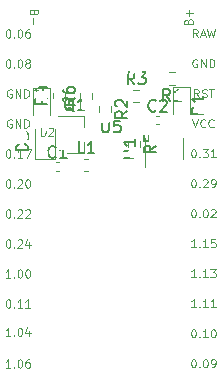
<source format=gto>
G04 #@! TF.GenerationSoftware,KiCad,Pcbnew,(5.1.10-1-10_14)*
G04 #@! TF.CreationDate,2021-09-18T19:46:59+09:00*
G04 #@! TF.ProjectId,nrfmicro,6e72666d-6963-4726-9f2e-6b696361645f,rev?*
G04 #@! TF.SameCoordinates,Original*
G04 #@! TF.FileFunction,Legend,Top*
G04 #@! TF.FilePolarity,Positive*
%FSLAX46Y46*%
G04 Gerber Fmt 4.6, Leading zero omitted, Abs format (unit mm)*
G04 Created by KiCad (PCBNEW (5.1.10-1-10_14)) date 2021-09-18 19:46:59*
%MOMM*%
%LPD*%
G01*
G04 APERTURE LIST*
%ADD10C,0.120000*%
%ADD11C,0.080000*%
%ADD12C,0.150000*%
%ADD13R,0.900000X0.800000*%
%ADD14R,0.500000X0.500000*%
%ADD15R,0.650000X1.060000*%
%ADD16R,0.800000X0.350000*%
%ADD17R,0.350000X0.800000*%
%ADD18R,0.300000X0.800000*%
%ADD19O,1.000000X2.200000*%
%ADD20O,1.000000X1.800000*%
%ADD21R,0.540000X0.800000*%
%ADD22R,1.270000X1.270000*%
%ADD23C,1.270000*%
%ADD24C,1.250000*%
G04 APERTURE END LIST*
D10*
X29611242Y-26139900D02*
X30085758Y-26139900D01*
X29611242Y-27184900D02*
X30085758Y-27184900D01*
X22772800Y-26876858D02*
X22772800Y-26402342D01*
X23817800Y-26876858D02*
X23817800Y-26402342D01*
X27732000Y-27540242D02*
X27732000Y-28014758D01*
X26687000Y-27540242D02*
X26687000Y-28014758D01*
X33103258Y-25727000D02*
X32628742Y-25727000D01*
X33103258Y-24682000D02*
X32628742Y-24682000D01*
X30172900Y-30476442D02*
X30172900Y-30950958D01*
X29127900Y-30476442D02*
X29127900Y-30950958D01*
X25089300Y-26894558D02*
X25089300Y-26420042D01*
X26134300Y-26894558D02*
X26134300Y-26420042D01*
X25441421Y-31984300D02*
X25766979Y-31984300D01*
X25441421Y-33004300D02*
X25766979Y-33004300D01*
X25416800Y-31519000D02*
X23956800Y-31519000D01*
X25416800Y-28359000D02*
X23256800Y-28359000D01*
X25416800Y-28359000D02*
X25416800Y-29289000D01*
X25416800Y-31519000D02*
X25416800Y-30589000D01*
X21246400Y-32023200D02*
X21246400Y-29473200D01*
X22946400Y-32023200D02*
X22946400Y-29473200D01*
X21246400Y-32023200D02*
X22946400Y-32023200D01*
X30613400Y-30227700D02*
X30613400Y-32677700D01*
X33833400Y-32027700D02*
X33833400Y-30227700D01*
X32923500Y-25939400D02*
X32923500Y-28224400D01*
X34393500Y-25939400D02*
X32923500Y-25939400D01*
X34393500Y-28224400D02*
X34393500Y-25939400D01*
X31564364Y-29059500D02*
X31780036Y-29059500D01*
X31564364Y-28339500D02*
X31780036Y-28339500D01*
X23075764Y-32988900D02*
X23291436Y-32988900D01*
X23075764Y-32268900D02*
X23291436Y-32268900D01*
D11*
X21099800Y-25957200D02*
X21099800Y-28242200D01*
X22569800Y-25957200D02*
X21099800Y-25957200D01*
X22569800Y-28242200D02*
X22569800Y-25957200D01*
D12*
X29681833Y-25684780D02*
X29348500Y-25208590D01*
X29110404Y-25684780D02*
X29110404Y-24684780D01*
X29491357Y-24684780D01*
X29586595Y-24732400D01*
X29634214Y-24780019D01*
X29681833Y-24875257D01*
X29681833Y-25018114D01*
X29634214Y-25113352D01*
X29586595Y-25160971D01*
X29491357Y-25208590D01*
X29110404Y-25208590D01*
X30015166Y-24684780D02*
X30634214Y-24684780D01*
X30300880Y-25065733D01*
X30443738Y-25065733D01*
X30538976Y-25113352D01*
X30586595Y-25160971D01*
X30634214Y-25256209D01*
X30634214Y-25494304D01*
X30586595Y-25589542D01*
X30538976Y-25637161D01*
X30443738Y-25684780D01*
X30158023Y-25684780D01*
X30062785Y-25637161D01*
X30015166Y-25589542D01*
X22317680Y-26806266D02*
X21841490Y-27139600D01*
X22317680Y-27377695D02*
X21317680Y-27377695D01*
X21317680Y-26996742D01*
X21365300Y-26901504D01*
X21412919Y-26853885D01*
X21508157Y-26806266D01*
X21651014Y-26806266D01*
X21746252Y-26853885D01*
X21793871Y-26901504D01*
X21841490Y-26996742D01*
X21841490Y-27377695D01*
X21651014Y-25949123D02*
X22317680Y-25949123D01*
X21270061Y-26187219D02*
X21984347Y-26425314D01*
X21984347Y-25806266D01*
X29091880Y-27944166D02*
X28615690Y-28277500D01*
X29091880Y-28515595D02*
X28091880Y-28515595D01*
X28091880Y-28134642D01*
X28139500Y-28039404D01*
X28187119Y-27991785D01*
X28282357Y-27944166D01*
X28425214Y-27944166D01*
X28520452Y-27991785D01*
X28568071Y-28039404D01*
X28615690Y-28134642D01*
X28615690Y-28515595D01*
X28187119Y-27563214D02*
X28139500Y-27515595D01*
X28091880Y-27420357D01*
X28091880Y-27182261D01*
X28139500Y-27087023D01*
X28187119Y-27039404D01*
X28282357Y-26991785D01*
X28377595Y-26991785D01*
X28520452Y-27039404D01*
X29091880Y-27610833D01*
X29091880Y-26991785D01*
X32699333Y-27086880D02*
X32366000Y-26610690D01*
X32127904Y-27086880D02*
X32127904Y-26086880D01*
X32508857Y-26086880D01*
X32604095Y-26134500D01*
X32651714Y-26182119D01*
X32699333Y-26277357D01*
X32699333Y-26420214D01*
X32651714Y-26515452D01*
X32604095Y-26563071D01*
X32508857Y-26610690D01*
X32127904Y-26610690D01*
X33651714Y-27086880D02*
X33080285Y-27086880D01*
X33366000Y-27086880D02*
X33366000Y-26086880D01*
X33270761Y-26229738D01*
X33175523Y-26324976D01*
X33080285Y-26372595D01*
X31532780Y-30880366D02*
X31056590Y-31213700D01*
X31532780Y-31451795D02*
X30532780Y-31451795D01*
X30532780Y-31070842D01*
X30580400Y-30975604D01*
X30628019Y-30927985D01*
X30723257Y-30880366D01*
X30866114Y-30880366D01*
X30961352Y-30927985D01*
X31008971Y-30975604D01*
X31056590Y-31070842D01*
X31056590Y-31451795D01*
X30532780Y-29975604D02*
X30532780Y-30451795D01*
X31008971Y-30499414D01*
X30961352Y-30451795D01*
X30913733Y-30356557D01*
X30913733Y-30118461D01*
X30961352Y-30023223D01*
X31008971Y-29975604D01*
X31104209Y-29927985D01*
X31342304Y-29927985D01*
X31437542Y-29975604D01*
X31485161Y-30023223D01*
X31532780Y-30118461D01*
X31532780Y-30356557D01*
X31485161Y-30451795D01*
X31437542Y-30499414D01*
X24634180Y-26823966D02*
X24157990Y-27157300D01*
X24634180Y-27395395D02*
X23634180Y-27395395D01*
X23634180Y-27014442D01*
X23681800Y-26919204D01*
X23729419Y-26871585D01*
X23824657Y-26823966D01*
X23967514Y-26823966D01*
X24062752Y-26871585D01*
X24110371Y-26919204D01*
X24157990Y-27014442D01*
X24157990Y-27395395D01*
X23634180Y-25966823D02*
X23634180Y-26157300D01*
X23681800Y-26252538D01*
X23729419Y-26300157D01*
X23872276Y-26395395D01*
X24062752Y-26443014D01*
X24443704Y-26443014D01*
X24538942Y-26395395D01*
X24586561Y-26347776D01*
X24634180Y-26252538D01*
X24634180Y-26062061D01*
X24586561Y-25966823D01*
X24538942Y-25919204D01*
X24443704Y-25871585D01*
X24205609Y-25871585D01*
X24110371Y-25919204D01*
X24062752Y-25966823D01*
X24015133Y-26062061D01*
X24015133Y-26252538D01*
X24062752Y-26347776D01*
X24110371Y-26395395D01*
X24205609Y-26443014D01*
X25437533Y-31516680D02*
X24961342Y-31516680D01*
X24961342Y-30516680D01*
X26294676Y-31516680D02*
X25723247Y-31516680D01*
X26008961Y-31516680D02*
X26008961Y-30516680D01*
X25913723Y-30659538D01*
X25818485Y-30754776D01*
X25723247Y-30802395D01*
X24561561Y-27986619D02*
X24466323Y-27939000D01*
X24371085Y-27843761D01*
X24228228Y-27700904D01*
X24132990Y-27653285D01*
X24037752Y-27653285D01*
X24085371Y-27891380D02*
X23990133Y-27843761D01*
X23894895Y-27748523D01*
X23847276Y-27558047D01*
X23847276Y-27224714D01*
X23894895Y-27034238D01*
X23990133Y-26939000D01*
X24085371Y-26891380D01*
X24275847Y-26891380D01*
X24371085Y-26939000D01*
X24466323Y-27034238D01*
X24513942Y-27224714D01*
X24513942Y-27558047D01*
X24466323Y-27748523D01*
X24371085Y-27843761D01*
X24275847Y-27891380D01*
X24085371Y-27891380D01*
X25466323Y-27891380D02*
X24894895Y-27891380D01*
X25180609Y-27891380D02*
X25180609Y-26891380D01*
X25085371Y-27034238D01*
X24990133Y-27129476D01*
X24894895Y-27177095D01*
X20698780Y-31261295D02*
X19698780Y-31261295D01*
X19698780Y-31023200D01*
X19746400Y-30880342D01*
X19841638Y-30785104D01*
X19936876Y-30737485D01*
X20127352Y-30689866D01*
X20270209Y-30689866D01*
X20460685Y-30737485D01*
X20555923Y-30785104D01*
X20651161Y-30880342D01*
X20698780Y-31023200D01*
X20698780Y-31261295D01*
X19698780Y-30356533D02*
X19698780Y-29737485D01*
X20079733Y-30070819D01*
X20079733Y-29927961D01*
X20127352Y-29832723D01*
X20174971Y-29785104D01*
X20270209Y-29737485D01*
X20508304Y-29737485D01*
X20603542Y-29785104D01*
X20651161Y-29832723D01*
X20698780Y-29927961D01*
X20698780Y-30213676D01*
X20651161Y-30308914D01*
X20603542Y-30356533D01*
X28775780Y-31889604D02*
X29585304Y-31889604D01*
X29680542Y-31841985D01*
X29728161Y-31794366D01*
X29775780Y-31699128D01*
X29775780Y-31508652D01*
X29728161Y-31413414D01*
X29680542Y-31365795D01*
X29585304Y-31318176D01*
X28775780Y-31318176D01*
X29775780Y-30318176D02*
X29775780Y-30889604D01*
X29775780Y-30603890D02*
X28775780Y-30603890D01*
X28918638Y-30699128D01*
X29013876Y-30794366D01*
X29061495Y-30889604D01*
X35540880Y-28162495D02*
X34540880Y-28162495D01*
X34540880Y-27924400D01*
X34588500Y-27781542D01*
X34683738Y-27686304D01*
X34778976Y-27638685D01*
X34969452Y-27591066D01*
X35112309Y-27591066D01*
X35302785Y-27638685D01*
X35398023Y-27686304D01*
X35493261Y-27781542D01*
X35540880Y-27924400D01*
X35540880Y-28162495D01*
X35540880Y-26638685D02*
X35540880Y-27210114D01*
X35540880Y-26924400D02*
X34540880Y-26924400D01*
X34683738Y-27019638D01*
X34778976Y-27114876D01*
X34826595Y-27210114D01*
X31505533Y-27896642D02*
X31457914Y-27944261D01*
X31315057Y-27991880D01*
X31219819Y-27991880D01*
X31076961Y-27944261D01*
X30981723Y-27849023D01*
X30934104Y-27753785D01*
X30886485Y-27563309D01*
X30886485Y-27420452D01*
X30934104Y-27229976D01*
X30981723Y-27134738D01*
X31076961Y-27039500D01*
X31219819Y-26991880D01*
X31315057Y-26991880D01*
X31457914Y-27039500D01*
X31505533Y-27087119D01*
X31886485Y-27087119D02*
X31934104Y-27039500D01*
X32029342Y-26991880D01*
X32267438Y-26991880D01*
X32362676Y-27039500D01*
X32410295Y-27087119D01*
X32457914Y-27182357D01*
X32457914Y-27277595D01*
X32410295Y-27420452D01*
X31838866Y-27991880D01*
X32457914Y-27991880D01*
X23016933Y-31826042D02*
X22969314Y-31873661D01*
X22826457Y-31921280D01*
X22731219Y-31921280D01*
X22588361Y-31873661D01*
X22493123Y-31778423D01*
X22445504Y-31683185D01*
X22397885Y-31492709D01*
X22397885Y-31349852D01*
X22445504Y-31159376D01*
X22493123Y-31064138D01*
X22588361Y-30968900D01*
X22731219Y-30921280D01*
X22826457Y-30921280D01*
X22969314Y-30968900D01*
X23016933Y-31016519D01*
X23969314Y-31921280D02*
X23397885Y-31921280D01*
X23683600Y-31921280D02*
X23683600Y-30921280D01*
X23588361Y-31064138D01*
X23493123Y-31159376D01*
X23397885Y-31206995D01*
X26958095Y-28763980D02*
X26958095Y-29573504D01*
X27005714Y-29668742D01*
X27053333Y-29716361D01*
X27148571Y-29763980D01*
X27339047Y-29763980D01*
X27434285Y-29716361D01*
X27481904Y-29668742D01*
X27529523Y-29573504D01*
X27529523Y-28763980D01*
X28481904Y-28763980D02*
X28005714Y-28763980D01*
X27958095Y-29240171D01*
X28005714Y-29192552D01*
X28100952Y-29144933D01*
X28339047Y-29144933D01*
X28434285Y-29192552D01*
X28481904Y-29240171D01*
X28529523Y-29335409D01*
X28529523Y-29573504D01*
X28481904Y-29668742D01*
X28434285Y-29716361D01*
X28339047Y-29763980D01*
X28100952Y-29763980D01*
X28005714Y-29716361D01*
X27958095Y-29668742D01*
D11*
X21768133Y-30058866D02*
X21768133Y-29358866D01*
X21934800Y-29358866D01*
X22034800Y-29392200D01*
X22101466Y-29458866D01*
X22134800Y-29525533D01*
X22168133Y-29658866D01*
X22168133Y-29758866D01*
X22134800Y-29892200D01*
X22101466Y-29958866D01*
X22034800Y-30025533D01*
X21934800Y-30058866D01*
X21768133Y-30058866D01*
X22434800Y-29425533D02*
X22468133Y-29392200D01*
X22534800Y-29358866D01*
X22701466Y-29358866D01*
X22768133Y-29392200D01*
X22801466Y-29425533D01*
X22834800Y-29492200D01*
X22834800Y-29558866D01*
X22801466Y-29658866D01*
X22401466Y-30058866D01*
X22834800Y-30058866D01*
X34250000Y-20361734D02*
X34283333Y-20261734D01*
X34316666Y-20228401D01*
X34383333Y-20195067D01*
X34483333Y-20195067D01*
X34550000Y-20228401D01*
X34583333Y-20261734D01*
X34616666Y-20328401D01*
X34616666Y-20595067D01*
X33916666Y-20595067D01*
X33916666Y-20361734D01*
X33950000Y-20295067D01*
X33983333Y-20261734D01*
X34050000Y-20228401D01*
X34116666Y-20228401D01*
X34183333Y-20261734D01*
X34216666Y-20295067D01*
X34250000Y-20361734D01*
X34250000Y-20595067D01*
X34350000Y-19895067D02*
X34350000Y-19361734D01*
X34616666Y-19628401D02*
X34083333Y-19628401D01*
X21200000Y-19595066D02*
X21166666Y-19695066D01*
X21133333Y-19728400D01*
X21066666Y-19761733D01*
X20966666Y-19761733D01*
X20900000Y-19728400D01*
X20866666Y-19695066D01*
X20833333Y-19628400D01*
X20833333Y-19361733D01*
X21533333Y-19361733D01*
X21533333Y-19595066D01*
X21500000Y-19661733D01*
X21466666Y-19695066D01*
X21400000Y-19728400D01*
X21333333Y-19728400D01*
X21266666Y-19695066D01*
X21233333Y-19661733D01*
X21200000Y-19595066D01*
X21200000Y-19361733D01*
X21100000Y-20061733D02*
X21100000Y-20595066D01*
X34665433Y-33713666D02*
X34732100Y-33713666D01*
X34798766Y-33747000D01*
X34832100Y-33780333D01*
X34865433Y-33847000D01*
X34898766Y-33980333D01*
X34898766Y-34147000D01*
X34865433Y-34280333D01*
X34832100Y-34347000D01*
X34798766Y-34380333D01*
X34732100Y-34413666D01*
X34665433Y-34413666D01*
X34598766Y-34380333D01*
X34565433Y-34347000D01*
X34532100Y-34280333D01*
X34498766Y-34147000D01*
X34498766Y-33980333D01*
X34532100Y-33847000D01*
X34565433Y-33780333D01*
X34598766Y-33747000D01*
X34665433Y-33713666D01*
X35198766Y-34347000D02*
X35232100Y-34380333D01*
X35198766Y-34413666D01*
X35165433Y-34380333D01*
X35198766Y-34347000D01*
X35198766Y-34413666D01*
X35498766Y-33780333D02*
X35532100Y-33747000D01*
X35598766Y-33713666D01*
X35765433Y-33713666D01*
X35832100Y-33747000D01*
X35865433Y-33780333D01*
X35898766Y-33847000D01*
X35898766Y-33913666D01*
X35865433Y-34013666D01*
X35465433Y-34413666D01*
X35898766Y-34413666D01*
X36232100Y-34413666D02*
X36365433Y-34413666D01*
X36432100Y-34380333D01*
X36465433Y-34347000D01*
X36532100Y-34247000D01*
X36565433Y-34113666D01*
X36565433Y-33847000D01*
X36532100Y-33780333D01*
X36498766Y-33747000D01*
X36432100Y-33713666D01*
X36298766Y-33713666D01*
X36232100Y-33747000D01*
X36198766Y-33780333D01*
X36165433Y-33847000D01*
X36165433Y-34013666D01*
X36198766Y-34080333D01*
X36232100Y-34113666D01*
X36298766Y-34147000D01*
X36432100Y-34147000D01*
X36498766Y-34113666D01*
X36532100Y-34080333D01*
X36565433Y-34013666D01*
X34598766Y-28633666D02*
X34832100Y-29333666D01*
X35065433Y-28633666D01*
X35698766Y-29267000D02*
X35665433Y-29300333D01*
X35565433Y-29333666D01*
X35498766Y-29333666D01*
X35398766Y-29300333D01*
X35332100Y-29233666D01*
X35298766Y-29167000D01*
X35265433Y-29033666D01*
X35265433Y-28933666D01*
X35298766Y-28800333D01*
X35332100Y-28733666D01*
X35398766Y-28667000D01*
X35498766Y-28633666D01*
X35565433Y-28633666D01*
X35665433Y-28667000D01*
X35698766Y-28700333D01*
X36398766Y-29267000D02*
X36365433Y-29300333D01*
X36265433Y-29333666D01*
X36198766Y-29333666D01*
X36098766Y-29300333D01*
X36032100Y-29233666D01*
X35998766Y-29167000D01*
X35965433Y-29033666D01*
X35965433Y-28933666D01*
X35998766Y-28800333D01*
X36032100Y-28733666D01*
X36098766Y-28667000D01*
X36198766Y-28633666D01*
X36265433Y-28633666D01*
X36365433Y-28667000D01*
X36398766Y-28700333D01*
X34665433Y-46413666D02*
X34732100Y-46413666D01*
X34798766Y-46447000D01*
X34832100Y-46480333D01*
X34865433Y-46547000D01*
X34898766Y-46680333D01*
X34898766Y-46847000D01*
X34865433Y-46980333D01*
X34832100Y-47047000D01*
X34798766Y-47080333D01*
X34732100Y-47113666D01*
X34665433Y-47113666D01*
X34598766Y-47080333D01*
X34565433Y-47047000D01*
X34532100Y-46980333D01*
X34498766Y-46847000D01*
X34498766Y-46680333D01*
X34532100Y-46547000D01*
X34565433Y-46480333D01*
X34598766Y-46447000D01*
X34665433Y-46413666D01*
X35198766Y-47047000D02*
X35232100Y-47080333D01*
X35198766Y-47113666D01*
X35165433Y-47080333D01*
X35198766Y-47047000D01*
X35198766Y-47113666D01*
X35898766Y-47113666D02*
X35498766Y-47113666D01*
X35698766Y-47113666D02*
X35698766Y-46413666D01*
X35632100Y-46513666D01*
X35565433Y-46580333D01*
X35498766Y-46613666D01*
X36332100Y-46413666D02*
X36398766Y-46413666D01*
X36465433Y-46447000D01*
X36498766Y-46480333D01*
X36532100Y-46547000D01*
X36565433Y-46680333D01*
X36565433Y-46847000D01*
X36532100Y-46980333D01*
X36498766Y-47047000D01*
X36465433Y-47080333D01*
X36398766Y-47113666D01*
X36332100Y-47113666D01*
X36265433Y-47080333D01*
X36232100Y-47047000D01*
X36198766Y-46980333D01*
X36165433Y-46847000D01*
X36165433Y-46680333D01*
X36198766Y-46547000D01*
X36232100Y-46480333D01*
X36265433Y-46447000D01*
X36332100Y-46413666D01*
X34665433Y-48953666D02*
X34732100Y-48953666D01*
X34798766Y-48987000D01*
X34832100Y-49020333D01*
X34865433Y-49087000D01*
X34898766Y-49220333D01*
X34898766Y-49387000D01*
X34865433Y-49520333D01*
X34832100Y-49587000D01*
X34798766Y-49620333D01*
X34732100Y-49653666D01*
X34665433Y-49653666D01*
X34598766Y-49620333D01*
X34565433Y-49587000D01*
X34532100Y-49520333D01*
X34498766Y-49387000D01*
X34498766Y-49220333D01*
X34532100Y-49087000D01*
X34565433Y-49020333D01*
X34598766Y-48987000D01*
X34665433Y-48953666D01*
X35198766Y-49587000D02*
X35232100Y-49620333D01*
X35198766Y-49653666D01*
X35165433Y-49620333D01*
X35198766Y-49587000D01*
X35198766Y-49653666D01*
X35665433Y-48953666D02*
X35732100Y-48953666D01*
X35798766Y-48987000D01*
X35832100Y-49020333D01*
X35865433Y-49087000D01*
X35898766Y-49220333D01*
X35898766Y-49387000D01*
X35865433Y-49520333D01*
X35832100Y-49587000D01*
X35798766Y-49620333D01*
X35732100Y-49653666D01*
X35665433Y-49653666D01*
X35598766Y-49620333D01*
X35565433Y-49587000D01*
X35532100Y-49520333D01*
X35498766Y-49387000D01*
X35498766Y-49220333D01*
X35532100Y-49087000D01*
X35565433Y-49020333D01*
X35598766Y-48987000D01*
X35665433Y-48953666D01*
X36232100Y-49653666D02*
X36365433Y-49653666D01*
X36432100Y-49620333D01*
X36465433Y-49587000D01*
X36532100Y-49487000D01*
X36565433Y-49353666D01*
X36565433Y-49087000D01*
X36532100Y-49020333D01*
X36498766Y-48987000D01*
X36432100Y-48953666D01*
X36298766Y-48953666D01*
X36232100Y-48987000D01*
X36198766Y-49020333D01*
X36165433Y-49087000D01*
X36165433Y-49253666D01*
X36198766Y-49320333D01*
X36232100Y-49353666D01*
X36298766Y-49387000D01*
X36432100Y-49387000D01*
X36498766Y-49353666D01*
X36532100Y-49320333D01*
X36565433Y-49253666D01*
X34665433Y-36253666D02*
X34732100Y-36253666D01*
X34798766Y-36287000D01*
X34832100Y-36320333D01*
X34865433Y-36387000D01*
X34898766Y-36520333D01*
X34898766Y-36687000D01*
X34865433Y-36820333D01*
X34832100Y-36887000D01*
X34798766Y-36920333D01*
X34732100Y-36953666D01*
X34665433Y-36953666D01*
X34598766Y-36920333D01*
X34565433Y-36887000D01*
X34532100Y-36820333D01*
X34498766Y-36687000D01*
X34498766Y-36520333D01*
X34532100Y-36387000D01*
X34565433Y-36320333D01*
X34598766Y-36287000D01*
X34665433Y-36253666D01*
X35198766Y-36887000D02*
X35232100Y-36920333D01*
X35198766Y-36953666D01*
X35165433Y-36920333D01*
X35198766Y-36887000D01*
X35198766Y-36953666D01*
X35665433Y-36253666D02*
X35732100Y-36253666D01*
X35798766Y-36287000D01*
X35832100Y-36320333D01*
X35865433Y-36387000D01*
X35898766Y-36520333D01*
X35898766Y-36687000D01*
X35865433Y-36820333D01*
X35832100Y-36887000D01*
X35798766Y-36920333D01*
X35732100Y-36953666D01*
X35665433Y-36953666D01*
X35598766Y-36920333D01*
X35565433Y-36887000D01*
X35532100Y-36820333D01*
X35498766Y-36687000D01*
X35498766Y-36520333D01*
X35532100Y-36387000D01*
X35565433Y-36320333D01*
X35598766Y-36287000D01*
X35665433Y-36253666D01*
X36165433Y-36320333D02*
X36198766Y-36287000D01*
X36265433Y-36253666D01*
X36432100Y-36253666D01*
X36498766Y-36287000D01*
X36532100Y-36320333D01*
X36565433Y-36387000D01*
X36565433Y-36453666D01*
X36532100Y-36553666D01*
X36132100Y-36953666D01*
X36565433Y-36953666D01*
X34898766Y-42033666D02*
X34498766Y-42033666D01*
X34698766Y-42033666D02*
X34698766Y-41333666D01*
X34632100Y-41433666D01*
X34565433Y-41500333D01*
X34498766Y-41533666D01*
X35198766Y-41967000D02*
X35232100Y-42000333D01*
X35198766Y-42033666D01*
X35165433Y-42000333D01*
X35198766Y-41967000D01*
X35198766Y-42033666D01*
X35898766Y-42033666D02*
X35498766Y-42033666D01*
X35698766Y-42033666D02*
X35698766Y-41333666D01*
X35632100Y-41433666D01*
X35565433Y-41500333D01*
X35498766Y-41533666D01*
X36132100Y-41333666D02*
X36565433Y-41333666D01*
X36332100Y-41600333D01*
X36432100Y-41600333D01*
X36498766Y-41633666D01*
X36532100Y-41667000D01*
X36565433Y-41733666D01*
X36565433Y-41900333D01*
X36532100Y-41967000D01*
X36498766Y-42000333D01*
X36432100Y-42033666D01*
X36232100Y-42033666D01*
X36165433Y-42000333D01*
X36132100Y-41967000D01*
X35148766Y-26793666D02*
X34915433Y-26460333D01*
X34748766Y-26793666D02*
X34748766Y-26093666D01*
X35015433Y-26093666D01*
X35082100Y-26127000D01*
X35115433Y-26160333D01*
X35148766Y-26227000D01*
X35148766Y-26327000D01*
X35115433Y-26393666D01*
X35082100Y-26427000D01*
X35015433Y-26460333D01*
X34748766Y-26460333D01*
X35415433Y-26760333D02*
X35515433Y-26793666D01*
X35682100Y-26793666D01*
X35748766Y-26760333D01*
X35782100Y-26727000D01*
X35815433Y-26660333D01*
X35815433Y-26593666D01*
X35782100Y-26527000D01*
X35748766Y-26493666D01*
X35682100Y-26460333D01*
X35548766Y-26427000D01*
X35482100Y-26393666D01*
X35448766Y-26360333D01*
X35415433Y-26293666D01*
X35415433Y-26227000D01*
X35448766Y-26160333D01*
X35482100Y-26127000D01*
X35548766Y-26093666D01*
X35715433Y-26093666D01*
X35815433Y-26127000D01*
X36015433Y-26093666D02*
X36415433Y-26093666D01*
X36215433Y-26793666D02*
X36215433Y-26093666D01*
X34898766Y-44573666D02*
X34498766Y-44573666D01*
X34698766Y-44573666D02*
X34698766Y-43873666D01*
X34632100Y-43973666D01*
X34565433Y-44040333D01*
X34498766Y-44073666D01*
X35198766Y-44507000D02*
X35232100Y-44540333D01*
X35198766Y-44573666D01*
X35165433Y-44540333D01*
X35198766Y-44507000D01*
X35198766Y-44573666D01*
X35898766Y-44573666D02*
X35498766Y-44573666D01*
X35698766Y-44573666D02*
X35698766Y-43873666D01*
X35632100Y-43973666D01*
X35565433Y-44040333D01*
X35498766Y-44073666D01*
X36565433Y-44573666D02*
X36165433Y-44573666D01*
X36365433Y-44573666D02*
X36365433Y-43873666D01*
X36298766Y-43973666D01*
X36232100Y-44040333D01*
X36165433Y-44073666D01*
X34898766Y-39493666D02*
X34498766Y-39493666D01*
X34698766Y-39493666D02*
X34698766Y-38793666D01*
X34632100Y-38893666D01*
X34565433Y-38960333D01*
X34498766Y-38993666D01*
X35198766Y-39427000D02*
X35232100Y-39460333D01*
X35198766Y-39493666D01*
X35165433Y-39460333D01*
X35198766Y-39427000D01*
X35198766Y-39493666D01*
X35898766Y-39493666D02*
X35498766Y-39493666D01*
X35698766Y-39493666D02*
X35698766Y-38793666D01*
X35632100Y-38893666D01*
X35565433Y-38960333D01*
X35498766Y-38993666D01*
X36532100Y-38793666D02*
X36198766Y-38793666D01*
X36165433Y-39127000D01*
X36198766Y-39093666D01*
X36265433Y-39060333D01*
X36432100Y-39060333D01*
X36498766Y-39093666D01*
X36532100Y-39127000D01*
X36565433Y-39193666D01*
X36565433Y-39360333D01*
X36532100Y-39427000D01*
X36498766Y-39460333D01*
X36432100Y-39493666D01*
X36265433Y-39493666D01*
X36198766Y-39460333D01*
X36165433Y-39427000D01*
X34665433Y-31173666D02*
X34732100Y-31173666D01*
X34798766Y-31207000D01*
X34832100Y-31240333D01*
X34865433Y-31307000D01*
X34898766Y-31440333D01*
X34898766Y-31607000D01*
X34865433Y-31740333D01*
X34832100Y-31807000D01*
X34798766Y-31840333D01*
X34732100Y-31873666D01*
X34665433Y-31873666D01*
X34598766Y-31840333D01*
X34565433Y-31807000D01*
X34532100Y-31740333D01*
X34498766Y-31607000D01*
X34498766Y-31440333D01*
X34532100Y-31307000D01*
X34565433Y-31240333D01*
X34598766Y-31207000D01*
X34665433Y-31173666D01*
X35198766Y-31807000D02*
X35232100Y-31840333D01*
X35198766Y-31873666D01*
X35165433Y-31840333D01*
X35198766Y-31807000D01*
X35198766Y-31873666D01*
X35465433Y-31173666D02*
X35898766Y-31173666D01*
X35665433Y-31440333D01*
X35765433Y-31440333D01*
X35832100Y-31473666D01*
X35865433Y-31507000D01*
X35898766Y-31573666D01*
X35898766Y-31740333D01*
X35865433Y-31807000D01*
X35832100Y-31840333D01*
X35765433Y-31873666D01*
X35565433Y-31873666D01*
X35498766Y-31840333D01*
X35465433Y-31807000D01*
X36565433Y-31873666D02*
X36165433Y-31873666D01*
X36365433Y-31873666D02*
X36365433Y-31173666D01*
X36298766Y-31273666D01*
X36232100Y-31340333D01*
X36165433Y-31373666D01*
X34998766Y-23587000D02*
X34932100Y-23553666D01*
X34832100Y-23553666D01*
X34732100Y-23587000D01*
X34665433Y-23653666D01*
X34632100Y-23720333D01*
X34598766Y-23853666D01*
X34598766Y-23953666D01*
X34632100Y-24087000D01*
X34665433Y-24153666D01*
X34732100Y-24220333D01*
X34832100Y-24253666D01*
X34898766Y-24253666D01*
X34998766Y-24220333D01*
X35032100Y-24187000D01*
X35032100Y-23953666D01*
X34898766Y-23953666D01*
X35332100Y-24253666D02*
X35332100Y-23553666D01*
X35732100Y-24253666D01*
X35732100Y-23553666D01*
X36065433Y-24253666D02*
X36065433Y-23553666D01*
X36232100Y-23553666D01*
X36332100Y-23587000D01*
X36398766Y-23653666D01*
X36432100Y-23720333D01*
X36465433Y-23853666D01*
X36465433Y-23953666D01*
X36432100Y-24087000D01*
X36398766Y-24153666D01*
X36332100Y-24220333D01*
X36232100Y-24253666D01*
X36065433Y-24253666D01*
X35048766Y-21713666D02*
X34815433Y-21380333D01*
X34648766Y-21713666D02*
X34648766Y-21013666D01*
X34915433Y-21013666D01*
X34982100Y-21047000D01*
X35015433Y-21080333D01*
X35048766Y-21147000D01*
X35048766Y-21247000D01*
X35015433Y-21313666D01*
X34982100Y-21347000D01*
X34915433Y-21380333D01*
X34648766Y-21380333D01*
X35315433Y-21513666D02*
X35648766Y-21513666D01*
X35248766Y-21713666D02*
X35482100Y-21013666D01*
X35715433Y-21713666D01*
X35882100Y-21013666D02*
X36048766Y-21713666D01*
X36182100Y-21213666D01*
X36315433Y-21713666D01*
X36482100Y-21013666D01*
X18968233Y-21026366D02*
X19034900Y-21026366D01*
X19101566Y-21059700D01*
X19134900Y-21093033D01*
X19168233Y-21159700D01*
X19201566Y-21293033D01*
X19201566Y-21459700D01*
X19168233Y-21593033D01*
X19134900Y-21659700D01*
X19101566Y-21693033D01*
X19034900Y-21726366D01*
X18968233Y-21726366D01*
X18901566Y-21693033D01*
X18868233Y-21659700D01*
X18834900Y-21593033D01*
X18801566Y-21459700D01*
X18801566Y-21293033D01*
X18834900Y-21159700D01*
X18868233Y-21093033D01*
X18901566Y-21059700D01*
X18968233Y-21026366D01*
X19501566Y-21659700D02*
X19534900Y-21693033D01*
X19501566Y-21726366D01*
X19468233Y-21693033D01*
X19501566Y-21659700D01*
X19501566Y-21726366D01*
X19968233Y-21026366D02*
X20034900Y-21026366D01*
X20101566Y-21059700D01*
X20134900Y-21093033D01*
X20168233Y-21159700D01*
X20201566Y-21293033D01*
X20201566Y-21459700D01*
X20168233Y-21593033D01*
X20134900Y-21659700D01*
X20101566Y-21693033D01*
X20034900Y-21726366D01*
X19968233Y-21726366D01*
X19901566Y-21693033D01*
X19868233Y-21659700D01*
X19834900Y-21593033D01*
X19801566Y-21459700D01*
X19801566Y-21293033D01*
X19834900Y-21159700D01*
X19868233Y-21093033D01*
X19901566Y-21059700D01*
X19968233Y-21026366D01*
X20801566Y-21026366D02*
X20668233Y-21026366D01*
X20601566Y-21059700D01*
X20568233Y-21093033D01*
X20501566Y-21193033D01*
X20468233Y-21326366D01*
X20468233Y-21593033D01*
X20501566Y-21659700D01*
X20534900Y-21693033D01*
X20601566Y-21726366D01*
X20734900Y-21726366D01*
X20801566Y-21693033D01*
X20834900Y-21659700D01*
X20868233Y-21593033D01*
X20868233Y-21426366D01*
X20834900Y-21359700D01*
X20801566Y-21326366D01*
X20734900Y-21293033D01*
X20601566Y-21293033D01*
X20534900Y-21326366D01*
X20501566Y-21359700D01*
X20468233Y-21426366D01*
X18968233Y-31186366D02*
X19034900Y-31186366D01*
X19101566Y-31219700D01*
X19134900Y-31253033D01*
X19168233Y-31319700D01*
X19201566Y-31453033D01*
X19201566Y-31619700D01*
X19168233Y-31753033D01*
X19134900Y-31819700D01*
X19101566Y-31853033D01*
X19034900Y-31886366D01*
X18968233Y-31886366D01*
X18901566Y-31853033D01*
X18868233Y-31819700D01*
X18834900Y-31753033D01*
X18801566Y-31619700D01*
X18801566Y-31453033D01*
X18834900Y-31319700D01*
X18868233Y-31253033D01*
X18901566Y-31219700D01*
X18968233Y-31186366D01*
X19501566Y-31819700D02*
X19534900Y-31853033D01*
X19501566Y-31886366D01*
X19468233Y-31853033D01*
X19501566Y-31819700D01*
X19501566Y-31886366D01*
X20201566Y-31886366D02*
X19801566Y-31886366D01*
X20001566Y-31886366D02*
X20001566Y-31186366D01*
X19934900Y-31286366D01*
X19868233Y-31353033D01*
X19801566Y-31386366D01*
X20434900Y-31186366D02*
X20901566Y-31186366D01*
X20601566Y-31886366D01*
X19201566Y-42046366D02*
X18801566Y-42046366D01*
X19001566Y-42046366D02*
X19001566Y-41346366D01*
X18934900Y-41446366D01*
X18868233Y-41513033D01*
X18801566Y-41546366D01*
X19501566Y-41979700D02*
X19534900Y-42013033D01*
X19501566Y-42046366D01*
X19468233Y-42013033D01*
X19501566Y-41979700D01*
X19501566Y-42046366D01*
X19968233Y-41346366D02*
X20034900Y-41346366D01*
X20101566Y-41379700D01*
X20134900Y-41413033D01*
X20168233Y-41479700D01*
X20201566Y-41613033D01*
X20201566Y-41779700D01*
X20168233Y-41913033D01*
X20134900Y-41979700D01*
X20101566Y-42013033D01*
X20034900Y-42046366D01*
X19968233Y-42046366D01*
X19901566Y-42013033D01*
X19868233Y-41979700D01*
X19834900Y-41913033D01*
X19801566Y-41779700D01*
X19801566Y-41613033D01*
X19834900Y-41479700D01*
X19868233Y-41413033D01*
X19901566Y-41379700D01*
X19968233Y-41346366D01*
X20634900Y-41346366D02*
X20701566Y-41346366D01*
X20768233Y-41379700D01*
X20801566Y-41413033D01*
X20834900Y-41479700D01*
X20868233Y-41613033D01*
X20868233Y-41779700D01*
X20834900Y-41913033D01*
X20801566Y-41979700D01*
X20768233Y-42013033D01*
X20701566Y-42046366D01*
X20634900Y-42046366D01*
X20568233Y-42013033D01*
X20534900Y-41979700D01*
X20501566Y-41913033D01*
X20468233Y-41779700D01*
X20468233Y-41613033D01*
X20501566Y-41479700D01*
X20534900Y-41413033D01*
X20568233Y-41379700D01*
X20634900Y-41346366D01*
X19201566Y-49666366D02*
X18801566Y-49666366D01*
X19001566Y-49666366D02*
X19001566Y-48966366D01*
X18934900Y-49066366D01*
X18868233Y-49133033D01*
X18801566Y-49166366D01*
X19501566Y-49599700D02*
X19534900Y-49633033D01*
X19501566Y-49666366D01*
X19468233Y-49633033D01*
X19501566Y-49599700D01*
X19501566Y-49666366D01*
X19968233Y-48966366D02*
X20034900Y-48966366D01*
X20101566Y-48999700D01*
X20134900Y-49033033D01*
X20168233Y-49099700D01*
X20201566Y-49233033D01*
X20201566Y-49399700D01*
X20168233Y-49533033D01*
X20134900Y-49599700D01*
X20101566Y-49633033D01*
X20034900Y-49666366D01*
X19968233Y-49666366D01*
X19901566Y-49633033D01*
X19868233Y-49599700D01*
X19834900Y-49533033D01*
X19801566Y-49399700D01*
X19801566Y-49233033D01*
X19834900Y-49099700D01*
X19868233Y-49033033D01*
X19901566Y-48999700D01*
X19968233Y-48966366D01*
X20801566Y-48966366D02*
X20668233Y-48966366D01*
X20601566Y-48999700D01*
X20568233Y-49033033D01*
X20501566Y-49133033D01*
X20468233Y-49266366D01*
X20468233Y-49533033D01*
X20501566Y-49599700D01*
X20534900Y-49633033D01*
X20601566Y-49666366D01*
X20734900Y-49666366D01*
X20801566Y-49633033D01*
X20834900Y-49599700D01*
X20868233Y-49533033D01*
X20868233Y-49366366D01*
X20834900Y-49299700D01*
X20801566Y-49266366D01*
X20734900Y-49233033D01*
X20601566Y-49233033D01*
X20534900Y-49266366D01*
X20501566Y-49299700D01*
X20468233Y-49366366D01*
X18968233Y-36266366D02*
X19034900Y-36266366D01*
X19101566Y-36299700D01*
X19134900Y-36333033D01*
X19168233Y-36399700D01*
X19201566Y-36533033D01*
X19201566Y-36699700D01*
X19168233Y-36833033D01*
X19134900Y-36899700D01*
X19101566Y-36933033D01*
X19034900Y-36966366D01*
X18968233Y-36966366D01*
X18901566Y-36933033D01*
X18868233Y-36899700D01*
X18834900Y-36833033D01*
X18801566Y-36699700D01*
X18801566Y-36533033D01*
X18834900Y-36399700D01*
X18868233Y-36333033D01*
X18901566Y-36299700D01*
X18968233Y-36266366D01*
X19501566Y-36899700D02*
X19534900Y-36933033D01*
X19501566Y-36966366D01*
X19468233Y-36933033D01*
X19501566Y-36899700D01*
X19501566Y-36966366D01*
X19801566Y-36333033D02*
X19834900Y-36299700D01*
X19901566Y-36266366D01*
X20068233Y-36266366D01*
X20134900Y-36299700D01*
X20168233Y-36333033D01*
X20201566Y-36399700D01*
X20201566Y-36466366D01*
X20168233Y-36566366D01*
X19768233Y-36966366D01*
X20201566Y-36966366D01*
X20468233Y-36333033D02*
X20501566Y-36299700D01*
X20568233Y-36266366D01*
X20734900Y-36266366D01*
X20801566Y-36299700D01*
X20834900Y-36333033D01*
X20868233Y-36399700D01*
X20868233Y-36466366D01*
X20834900Y-36566366D01*
X20434900Y-36966366D01*
X20868233Y-36966366D01*
X19201566Y-46999366D02*
X18801566Y-46999366D01*
X19001566Y-46999366D02*
X19001566Y-46299366D01*
X18934900Y-46399366D01*
X18868233Y-46466033D01*
X18801566Y-46499366D01*
X19501566Y-46932700D02*
X19534900Y-46966033D01*
X19501566Y-46999366D01*
X19468233Y-46966033D01*
X19501566Y-46932700D01*
X19501566Y-46999366D01*
X19968233Y-46299366D02*
X20034900Y-46299366D01*
X20101566Y-46332700D01*
X20134900Y-46366033D01*
X20168233Y-46432700D01*
X20201566Y-46566033D01*
X20201566Y-46732700D01*
X20168233Y-46866033D01*
X20134900Y-46932700D01*
X20101566Y-46966033D01*
X20034900Y-46999366D01*
X19968233Y-46999366D01*
X19901566Y-46966033D01*
X19868233Y-46932700D01*
X19834900Y-46866033D01*
X19801566Y-46732700D01*
X19801566Y-46566033D01*
X19834900Y-46432700D01*
X19868233Y-46366033D01*
X19901566Y-46332700D01*
X19968233Y-46299366D01*
X20801566Y-46532700D02*
X20801566Y-46999366D01*
X20634900Y-46266033D02*
X20468233Y-46766033D01*
X20901566Y-46766033D01*
X18968233Y-38806366D02*
X19034900Y-38806366D01*
X19101566Y-38839700D01*
X19134900Y-38873033D01*
X19168233Y-38939700D01*
X19201566Y-39073033D01*
X19201566Y-39239700D01*
X19168233Y-39373033D01*
X19134900Y-39439700D01*
X19101566Y-39473033D01*
X19034900Y-39506366D01*
X18968233Y-39506366D01*
X18901566Y-39473033D01*
X18868233Y-39439700D01*
X18834900Y-39373033D01*
X18801566Y-39239700D01*
X18801566Y-39073033D01*
X18834900Y-38939700D01*
X18868233Y-38873033D01*
X18901566Y-38839700D01*
X18968233Y-38806366D01*
X19501566Y-39439700D02*
X19534900Y-39473033D01*
X19501566Y-39506366D01*
X19468233Y-39473033D01*
X19501566Y-39439700D01*
X19501566Y-39506366D01*
X19801566Y-38873033D02*
X19834900Y-38839700D01*
X19901566Y-38806366D01*
X20068233Y-38806366D01*
X20134900Y-38839700D01*
X20168233Y-38873033D01*
X20201566Y-38939700D01*
X20201566Y-39006366D01*
X20168233Y-39106366D01*
X19768233Y-39506366D01*
X20201566Y-39506366D01*
X20801566Y-39039700D02*
X20801566Y-39506366D01*
X20634900Y-38773033D02*
X20468233Y-39273033D01*
X20901566Y-39273033D01*
X18968233Y-23566366D02*
X19034900Y-23566366D01*
X19101566Y-23599700D01*
X19134900Y-23633033D01*
X19168233Y-23699700D01*
X19201566Y-23833033D01*
X19201566Y-23999700D01*
X19168233Y-24133033D01*
X19134900Y-24199700D01*
X19101566Y-24233033D01*
X19034900Y-24266366D01*
X18968233Y-24266366D01*
X18901566Y-24233033D01*
X18868233Y-24199700D01*
X18834900Y-24133033D01*
X18801566Y-23999700D01*
X18801566Y-23833033D01*
X18834900Y-23699700D01*
X18868233Y-23633033D01*
X18901566Y-23599700D01*
X18968233Y-23566366D01*
X19501566Y-24199700D02*
X19534900Y-24233033D01*
X19501566Y-24266366D01*
X19468233Y-24233033D01*
X19501566Y-24199700D01*
X19501566Y-24266366D01*
X19968233Y-23566366D02*
X20034900Y-23566366D01*
X20101566Y-23599700D01*
X20134900Y-23633033D01*
X20168233Y-23699700D01*
X20201566Y-23833033D01*
X20201566Y-23999700D01*
X20168233Y-24133033D01*
X20134900Y-24199700D01*
X20101566Y-24233033D01*
X20034900Y-24266366D01*
X19968233Y-24266366D01*
X19901566Y-24233033D01*
X19868233Y-24199700D01*
X19834900Y-24133033D01*
X19801566Y-23999700D01*
X19801566Y-23833033D01*
X19834900Y-23699700D01*
X19868233Y-23633033D01*
X19901566Y-23599700D01*
X19968233Y-23566366D01*
X20601566Y-23866366D02*
X20534900Y-23833033D01*
X20501566Y-23799700D01*
X20468233Y-23733033D01*
X20468233Y-23699700D01*
X20501566Y-23633033D01*
X20534900Y-23599700D01*
X20601566Y-23566366D01*
X20734900Y-23566366D01*
X20801566Y-23599700D01*
X20834900Y-23633033D01*
X20868233Y-23699700D01*
X20868233Y-23733033D01*
X20834900Y-23799700D01*
X20801566Y-23833033D01*
X20734900Y-23866366D01*
X20601566Y-23866366D01*
X20534900Y-23899700D01*
X20501566Y-23933033D01*
X20468233Y-23999700D01*
X20468233Y-24133033D01*
X20501566Y-24199700D01*
X20534900Y-24233033D01*
X20601566Y-24266366D01*
X20734900Y-24266366D01*
X20801566Y-24233033D01*
X20834900Y-24199700D01*
X20868233Y-24133033D01*
X20868233Y-23999700D01*
X20834900Y-23933033D01*
X20801566Y-23899700D01*
X20734900Y-23866366D01*
X18968233Y-33726366D02*
X19034900Y-33726366D01*
X19101566Y-33759700D01*
X19134900Y-33793033D01*
X19168233Y-33859700D01*
X19201566Y-33993033D01*
X19201566Y-34159700D01*
X19168233Y-34293033D01*
X19134900Y-34359700D01*
X19101566Y-34393033D01*
X19034900Y-34426366D01*
X18968233Y-34426366D01*
X18901566Y-34393033D01*
X18868233Y-34359700D01*
X18834900Y-34293033D01*
X18801566Y-34159700D01*
X18801566Y-33993033D01*
X18834900Y-33859700D01*
X18868233Y-33793033D01*
X18901566Y-33759700D01*
X18968233Y-33726366D01*
X19501566Y-34359700D02*
X19534900Y-34393033D01*
X19501566Y-34426366D01*
X19468233Y-34393033D01*
X19501566Y-34359700D01*
X19501566Y-34426366D01*
X19801566Y-33793033D02*
X19834900Y-33759700D01*
X19901566Y-33726366D01*
X20068233Y-33726366D01*
X20134900Y-33759700D01*
X20168233Y-33793033D01*
X20201566Y-33859700D01*
X20201566Y-33926366D01*
X20168233Y-34026366D01*
X19768233Y-34426366D01*
X20201566Y-34426366D01*
X20634900Y-33726366D02*
X20701566Y-33726366D01*
X20768233Y-33759700D01*
X20801566Y-33793033D01*
X20834900Y-33859700D01*
X20868233Y-33993033D01*
X20868233Y-34159700D01*
X20834900Y-34293033D01*
X20801566Y-34359700D01*
X20768233Y-34393033D01*
X20701566Y-34426366D01*
X20634900Y-34426366D01*
X20568233Y-34393033D01*
X20534900Y-34359700D01*
X20501566Y-34293033D01*
X20468233Y-34159700D01*
X20468233Y-33993033D01*
X20501566Y-33859700D01*
X20534900Y-33793033D01*
X20568233Y-33759700D01*
X20634900Y-33726366D01*
X18968233Y-43886366D02*
X19034900Y-43886366D01*
X19101566Y-43919700D01*
X19134900Y-43953033D01*
X19168233Y-44019700D01*
X19201566Y-44153033D01*
X19201566Y-44319700D01*
X19168233Y-44453033D01*
X19134900Y-44519700D01*
X19101566Y-44553033D01*
X19034900Y-44586366D01*
X18968233Y-44586366D01*
X18901566Y-44553033D01*
X18868233Y-44519700D01*
X18834900Y-44453033D01*
X18801566Y-44319700D01*
X18801566Y-44153033D01*
X18834900Y-44019700D01*
X18868233Y-43953033D01*
X18901566Y-43919700D01*
X18968233Y-43886366D01*
X19501566Y-44519700D02*
X19534900Y-44553033D01*
X19501566Y-44586366D01*
X19468233Y-44553033D01*
X19501566Y-44519700D01*
X19501566Y-44586366D01*
X20201566Y-44586366D02*
X19801566Y-44586366D01*
X20001566Y-44586366D02*
X20001566Y-43886366D01*
X19934900Y-43986366D01*
X19868233Y-44053033D01*
X19801566Y-44086366D01*
X20868233Y-44586366D02*
X20468233Y-44586366D01*
X20668233Y-44586366D02*
X20668233Y-43886366D01*
X20601566Y-43986366D01*
X20534900Y-44053033D01*
X20468233Y-44086366D01*
X19301566Y-28679700D02*
X19234900Y-28646366D01*
X19134900Y-28646366D01*
X19034900Y-28679700D01*
X18968233Y-28746366D01*
X18934900Y-28813033D01*
X18901566Y-28946366D01*
X18901566Y-29046366D01*
X18934900Y-29179700D01*
X18968233Y-29246366D01*
X19034900Y-29313033D01*
X19134900Y-29346366D01*
X19201566Y-29346366D01*
X19301566Y-29313033D01*
X19334900Y-29279700D01*
X19334900Y-29046366D01*
X19201566Y-29046366D01*
X19634900Y-29346366D02*
X19634900Y-28646366D01*
X20034900Y-29346366D01*
X20034900Y-28646366D01*
X20368233Y-29346366D02*
X20368233Y-28646366D01*
X20534900Y-28646366D01*
X20634900Y-28679700D01*
X20701566Y-28746366D01*
X20734900Y-28813033D01*
X20768233Y-28946366D01*
X20768233Y-29046366D01*
X20734900Y-29179700D01*
X20701566Y-29246366D01*
X20634900Y-29313033D01*
X20534900Y-29346366D01*
X20368233Y-29346366D01*
X19301566Y-26139700D02*
X19234900Y-26106366D01*
X19134900Y-26106366D01*
X19034900Y-26139700D01*
X18968233Y-26206366D01*
X18934900Y-26273033D01*
X18901566Y-26406366D01*
X18901566Y-26506366D01*
X18934900Y-26639700D01*
X18968233Y-26706366D01*
X19034900Y-26773033D01*
X19134900Y-26806366D01*
X19201566Y-26806366D01*
X19301566Y-26773033D01*
X19334900Y-26739700D01*
X19334900Y-26506366D01*
X19201566Y-26506366D01*
X19634900Y-26806366D02*
X19634900Y-26106366D01*
X20034900Y-26806366D01*
X20034900Y-26106366D01*
X20368233Y-26806366D02*
X20368233Y-26106366D01*
X20534900Y-26106366D01*
X20634900Y-26139700D01*
X20701566Y-26206366D01*
X20734900Y-26273033D01*
X20768233Y-26406366D01*
X20768233Y-26506366D01*
X20734900Y-26639700D01*
X20701566Y-26706366D01*
X20634900Y-26773033D01*
X20534900Y-26806366D01*
X20368233Y-26806366D01*
%LPC*%
G36*
G01*
X30273500Y-26937400D02*
X30273500Y-26387400D01*
G75*
G02*
X30473500Y-26187400I200000J0D01*
G01*
X30873500Y-26187400D01*
G75*
G02*
X31073500Y-26387400I0J-200000D01*
G01*
X31073500Y-26937400D01*
G75*
G02*
X30873500Y-27137400I-200000J0D01*
G01*
X30473500Y-27137400D01*
G75*
G02*
X30273500Y-26937400I0J200000D01*
G01*
G37*
G36*
G01*
X28623500Y-26937400D02*
X28623500Y-26387400D01*
G75*
G02*
X28823500Y-26187400I200000J0D01*
G01*
X29223500Y-26187400D01*
G75*
G02*
X29423500Y-26387400I0J-200000D01*
G01*
X29423500Y-26937400D01*
G75*
G02*
X29223500Y-27137400I-200000J0D01*
G01*
X28823500Y-27137400D01*
G75*
G02*
X28623500Y-26937400I0J200000D01*
G01*
G37*
G36*
G01*
X23570300Y-26214600D02*
X23020300Y-26214600D01*
G75*
G02*
X22820300Y-26014600I0J200000D01*
G01*
X22820300Y-25614600D01*
G75*
G02*
X23020300Y-25414600I200000J0D01*
G01*
X23570300Y-25414600D01*
G75*
G02*
X23770300Y-25614600I0J-200000D01*
G01*
X23770300Y-26014600D01*
G75*
G02*
X23570300Y-26214600I-200000J0D01*
G01*
G37*
G36*
G01*
X23570300Y-27864600D02*
X23020300Y-27864600D01*
G75*
G02*
X22820300Y-27664600I0J200000D01*
G01*
X22820300Y-27264600D01*
G75*
G02*
X23020300Y-27064600I200000J0D01*
G01*
X23570300Y-27064600D01*
G75*
G02*
X23770300Y-27264600I0J-200000D01*
G01*
X23770300Y-27664600D01*
G75*
G02*
X23570300Y-27864600I-200000J0D01*
G01*
G37*
G36*
G01*
X26934500Y-28202500D02*
X27484500Y-28202500D01*
G75*
G02*
X27684500Y-28402500I0J-200000D01*
G01*
X27684500Y-28802500D01*
G75*
G02*
X27484500Y-29002500I-200000J0D01*
G01*
X26934500Y-29002500D01*
G75*
G02*
X26734500Y-28802500I0J200000D01*
G01*
X26734500Y-28402500D01*
G75*
G02*
X26934500Y-28202500I200000J0D01*
G01*
G37*
G36*
G01*
X26934500Y-26552500D02*
X27484500Y-26552500D01*
G75*
G02*
X27684500Y-26752500I0J-200000D01*
G01*
X27684500Y-27152500D01*
G75*
G02*
X27484500Y-27352500I-200000J0D01*
G01*
X26934500Y-27352500D01*
G75*
G02*
X26734500Y-27152500I0J200000D01*
G01*
X26734500Y-26752500D01*
G75*
G02*
X26934500Y-26552500I200000J0D01*
G01*
G37*
G36*
G01*
X32441000Y-24929500D02*
X32441000Y-25479500D01*
G75*
G02*
X32241000Y-25679500I-200000J0D01*
G01*
X31841000Y-25679500D01*
G75*
G02*
X31641000Y-25479500I0J200000D01*
G01*
X31641000Y-24929500D01*
G75*
G02*
X31841000Y-24729500I200000J0D01*
G01*
X32241000Y-24729500D01*
G75*
G02*
X32441000Y-24929500I0J-200000D01*
G01*
G37*
G36*
G01*
X34091000Y-24929500D02*
X34091000Y-25479500D01*
G75*
G02*
X33891000Y-25679500I-200000J0D01*
G01*
X33491000Y-25679500D01*
G75*
G02*
X33291000Y-25479500I0J200000D01*
G01*
X33291000Y-24929500D01*
G75*
G02*
X33491000Y-24729500I200000J0D01*
G01*
X33891000Y-24729500D01*
G75*
G02*
X34091000Y-24929500I0J-200000D01*
G01*
G37*
G36*
G01*
X29375400Y-31138700D02*
X29925400Y-31138700D01*
G75*
G02*
X30125400Y-31338700I0J-200000D01*
G01*
X30125400Y-31738700D01*
G75*
G02*
X29925400Y-31938700I-200000J0D01*
G01*
X29375400Y-31938700D01*
G75*
G02*
X29175400Y-31738700I0J200000D01*
G01*
X29175400Y-31338700D01*
G75*
G02*
X29375400Y-31138700I200000J0D01*
G01*
G37*
G36*
G01*
X29375400Y-29488700D02*
X29925400Y-29488700D01*
G75*
G02*
X30125400Y-29688700I0J-200000D01*
G01*
X30125400Y-30088700D01*
G75*
G02*
X29925400Y-30288700I-200000J0D01*
G01*
X29375400Y-30288700D01*
G75*
G02*
X29175400Y-30088700I0J200000D01*
G01*
X29175400Y-29688700D01*
G75*
G02*
X29375400Y-29488700I200000J0D01*
G01*
G37*
G36*
G01*
X25886800Y-26232300D02*
X25336800Y-26232300D01*
G75*
G02*
X25136800Y-26032300I0J200000D01*
G01*
X25136800Y-25632300D01*
G75*
G02*
X25336800Y-25432300I200000J0D01*
G01*
X25886800Y-25432300D01*
G75*
G02*
X26086800Y-25632300I0J-200000D01*
G01*
X26086800Y-26032300D01*
G75*
G02*
X25886800Y-26232300I-200000J0D01*
G01*
G37*
G36*
G01*
X25886800Y-27882300D02*
X25336800Y-27882300D01*
G75*
G02*
X25136800Y-27682300I0J200000D01*
G01*
X25136800Y-27282300D01*
G75*
G02*
X25336800Y-27082300I200000J0D01*
G01*
X25886800Y-27082300D01*
G75*
G02*
X26086800Y-27282300I0J-200000D01*
G01*
X26086800Y-27682300D01*
G75*
G02*
X25886800Y-27882300I-200000J0D01*
G01*
G37*
G36*
G01*
X25954200Y-32750550D02*
X25954200Y-32238050D01*
G75*
G02*
X26172950Y-32019300I218750J0D01*
G01*
X26610450Y-32019300D01*
G75*
G02*
X26829200Y-32238050I0J-218750D01*
G01*
X26829200Y-32750550D01*
G75*
G02*
X26610450Y-32969300I-218750J0D01*
G01*
X26172950Y-32969300D01*
G75*
G02*
X25954200Y-32750550I0J218750D01*
G01*
G37*
G36*
G01*
X24379200Y-32750550D02*
X24379200Y-32238050D01*
G75*
G02*
X24597950Y-32019300I218750J0D01*
G01*
X25035450Y-32019300D01*
G75*
G02*
X25254200Y-32238050I0J-218750D01*
G01*
X25254200Y-32750550D01*
G75*
G02*
X25035450Y-32969300I-218750J0D01*
G01*
X24597950Y-32969300D01*
G75*
G02*
X24379200Y-32750550I0J218750D01*
G01*
G37*
D13*
X25656800Y-29939000D03*
X23656800Y-30889000D03*
X23656800Y-28989000D03*
D14*
X22096400Y-29423200D03*
X22096400Y-31623200D03*
D15*
X31273400Y-30027700D03*
X33173400Y-30027700D03*
X33173400Y-32227700D03*
X32223400Y-32227700D03*
X31273400Y-32227700D03*
G36*
G01*
X33402250Y-27774400D02*
X33914750Y-27774400D01*
G75*
G02*
X34133500Y-27993150I0J-218750D01*
G01*
X34133500Y-28430650D01*
G75*
G02*
X33914750Y-28649400I-218750J0D01*
G01*
X33402250Y-28649400D01*
G75*
G02*
X33183500Y-28430650I0J218750D01*
G01*
X33183500Y-27993150D01*
G75*
G02*
X33402250Y-27774400I218750J0D01*
G01*
G37*
G36*
G01*
X33402250Y-26199400D02*
X33914750Y-26199400D01*
G75*
G02*
X34133500Y-26418150I0J-218750D01*
G01*
X34133500Y-26855650D01*
G75*
G02*
X33914750Y-27074400I-218750J0D01*
G01*
X33402250Y-27074400D01*
G75*
G02*
X33183500Y-26855650I0J218750D01*
G01*
X33183500Y-26418150D01*
G75*
G02*
X33402250Y-26199400I218750J0D01*
G01*
G37*
G36*
G01*
X31872200Y-28869500D02*
X31872200Y-28529500D01*
G75*
G02*
X32012200Y-28389500I140000J0D01*
G01*
X32292200Y-28389500D01*
G75*
G02*
X32432200Y-28529500I0J-140000D01*
G01*
X32432200Y-28869500D01*
G75*
G02*
X32292200Y-29009500I-140000J0D01*
G01*
X32012200Y-29009500D01*
G75*
G02*
X31872200Y-28869500I0J140000D01*
G01*
G37*
G36*
G01*
X30912200Y-28869500D02*
X30912200Y-28529500D01*
G75*
G02*
X31052200Y-28389500I140000J0D01*
G01*
X31332200Y-28389500D01*
G75*
G02*
X31472200Y-28529500I0J-140000D01*
G01*
X31472200Y-28869500D01*
G75*
G02*
X31332200Y-29009500I-140000J0D01*
G01*
X31052200Y-29009500D01*
G75*
G02*
X30912200Y-28869500I0J140000D01*
G01*
G37*
G36*
G01*
X23383600Y-32798900D02*
X23383600Y-32458900D01*
G75*
G02*
X23523600Y-32318900I140000J0D01*
G01*
X23803600Y-32318900D01*
G75*
G02*
X23943600Y-32458900I0J-140000D01*
G01*
X23943600Y-32798900D01*
G75*
G02*
X23803600Y-32938900I-140000J0D01*
G01*
X23523600Y-32938900D01*
G75*
G02*
X23383600Y-32798900I0J140000D01*
G01*
G37*
G36*
G01*
X22423600Y-32798900D02*
X22423600Y-32458900D01*
G75*
G02*
X22563600Y-32318900I140000J0D01*
G01*
X22843600Y-32318900D01*
G75*
G02*
X22983600Y-32458900I0J-140000D01*
G01*
X22983600Y-32798900D01*
G75*
G02*
X22843600Y-32938900I-140000J0D01*
G01*
X22563600Y-32938900D01*
G75*
G02*
X22423600Y-32798900I0J140000D01*
G01*
G37*
D16*
X33320000Y-45619600D03*
X33320000Y-44969600D03*
X33320000Y-44319600D03*
X33320000Y-43669600D03*
X33320000Y-43019600D03*
X33320000Y-42369600D03*
X33320000Y-41719600D03*
X33320000Y-41069600D03*
X33320000Y-40419600D03*
X33320000Y-39769600D03*
X33320000Y-39119600D03*
X33320000Y-38469600D03*
X33320000Y-37819600D03*
X33320000Y-37169600D03*
X33320000Y-36519600D03*
X33320000Y-35869600D03*
X33320000Y-35219600D03*
X22120000Y-35219600D03*
X22120000Y-35869600D03*
X22120000Y-36519600D03*
X22120000Y-37169600D03*
X22120000Y-37819600D03*
X22120000Y-38469600D03*
X22120000Y-39119600D03*
X22120000Y-39769600D03*
X22120000Y-40419600D03*
X22120000Y-41069600D03*
X22120000Y-41719600D03*
X22120000Y-42369600D03*
X22120000Y-43019600D03*
X22120000Y-43669600D03*
X22120000Y-44319600D03*
X22120000Y-44969600D03*
X22120000Y-45619600D03*
D17*
X32920000Y-34019600D03*
X32270000Y-34019600D03*
X31620000Y-34019600D03*
X30970000Y-34019600D03*
X30320000Y-34019600D03*
X29670000Y-34019600D03*
X29020000Y-34019600D03*
X28370000Y-34019600D03*
X27720000Y-34019600D03*
X27070000Y-34019600D03*
X26420000Y-34019600D03*
X25770000Y-34019600D03*
X25120000Y-34019600D03*
X24470000Y-34019600D03*
X23820000Y-34019600D03*
X23170000Y-34019600D03*
X22520000Y-34019600D03*
D16*
X23820000Y-44319600D03*
X23820000Y-43669600D03*
X23820000Y-43019600D03*
X23820000Y-42369600D03*
D17*
X23170000Y-45519600D03*
X23820000Y-45519600D03*
X24470000Y-45519600D03*
X25120000Y-45519600D03*
X25770000Y-45519600D03*
D18*
X29479600Y-24500000D03*
X26471600Y-24500000D03*
D19*
X22146300Y-19800000D03*
X33296900Y-19800000D03*
D20*
X33297200Y-23600000D03*
X22146300Y-23600000D03*
D21*
X24521600Y-24500000D03*
X30921600Y-24500000D03*
X30121600Y-24500000D03*
X25321600Y-24500000D03*
D18*
X26971600Y-24500000D03*
X28471600Y-24500000D03*
X27471600Y-24500000D03*
X27971600Y-24500000D03*
X28971600Y-24500000D03*
X25971600Y-24500000D03*
G36*
G01*
X21578550Y-27792200D02*
X22091050Y-27792200D01*
G75*
G02*
X22309800Y-28010950I0J-218750D01*
G01*
X22309800Y-28448450D01*
G75*
G02*
X22091050Y-28667200I-218750J0D01*
G01*
X21578550Y-28667200D01*
G75*
G02*
X21359800Y-28448450I0J218750D01*
G01*
X21359800Y-28010950D01*
G75*
G02*
X21578550Y-27792200I218750J0D01*
G01*
G37*
G36*
G01*
X21578550Y-26217200D02*
X22091050Y-26217200D01*
G75*
G02*
X22309800Y-26435950I0J-218750D01*
G01*
X22309800Y-26873450D01*
G75*
G02*
X22091050Y-27092200I-218750J0D01*
G01*
X21578550Y-27092200D01*
G75*
G02*
X21359800Y-26873450I0J218750D01*
G01*
X21359800Y-26435950D01*
G75*
G02*
X21578550Y-26217200I218750J0D01*
G01*
G37*
D22*
X20101600Y-20000000D03*
D23*
X35341600Y-20000000D03*
D24*
X35341600Y-22540000D03*
D23*
X35341600Y-25080000D03*
X35341600Y-27620000D03*
X35341600Y-30160000D03*
X35341600Y-32700000D03*
X35341600Y-35240000D03*
X35341600Y-37780000D03*
X35341600Y-40320000D03*
X35341600Y-42860000D03*
X35341600Y-45400000D03*
X35341600Y-47940000D03*
X35341600Y-50480000D03*
X20101600Y-50480000D03*
X20101600Y-47940000D03*
X20101600Y-45400000D03*
X20101600Y-42860000D03*
X20101600Y-40320000D03*
X20101600Y-37780000D03*
X20101600Y-35240000D03*
X20101600Y-32700000D03*
X20101600Y-30160000D03*
X20101600Y-27620000D03*
X20101600Y-25080000D03*
X20101600Y-22540000D03*
M02*

</source>
